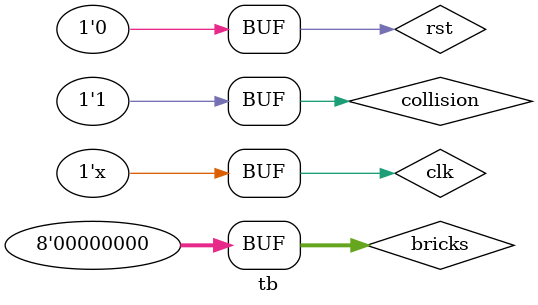
<source format=v>
`timescale 1ns / 1ps
module tb;
reg clk;
reg collision;
reg[7:0] bricks;
reg rst;

wire [2:0] brk;
wire row_collision;

wire [7:0] brk_en;

initial 
begin
  clk = 0;
  collision = 0;
  rst = 0;
  bricks = 8'b00000000;
  
  #500
  collision = 1;
  bricks = 8'b00001000;
  
  #500
  collision = 0;
  bricks = 8'b00000000;
  
  #500
  collision = 1;
  bricks = 8'b00000000;
end

always #5 clk = ~clk;

collision_row_check crc (.row_collision(row_collision), .brk_num(brk), .clk(clk), .collision(collision), .bricks(bricks));
brk_control_row bcr(.brk_en(brk_en), .clk(clk), .rst(rst), .brk_num(brk), .row(row_collision));

endmodule

</source>
